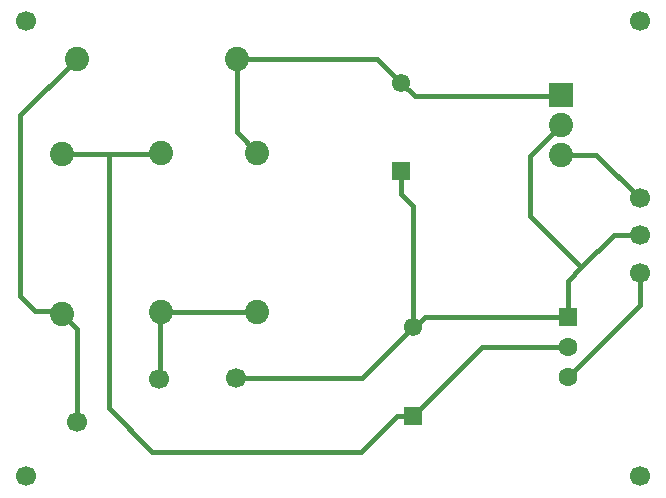
<source format=gbr>
%TF.GenerationSoftware,Altium Limited,Altium Designer,24.0.1 (36)*%
G04 Layer_Physical_Order=1*
G04 Layer_Color=255*
%FSLAX45Y45*%
%MOMM*%
%TF.SameCoordinates,E673BBFC-20C5-4476-8311-46C70BBC61D0*%
%TF.FilePolarity,Positive*%
%TF.FileFunction,Copper,L1,Top,Signal*%
%TF.Part,Single*%
G01*
G75*
%TA.AperFunction,Conductor*%
%ADD10C,0.40000*%
%ADD11C,0.38100*%
%TA.AperFunction,ViaPad*%
%ADD12C,1.70000*%
%TA.AperFunction,ComponentPad*%
%ADD13C,2.05000*%
%ADD14C,1.55000*%
%ADD15R,1.55000X1.55000*%
%ADD16C,2.05000*%
%ADD17R,2.05000X2.05000*%
%ADD18R,1.60000X1.60000*%
%ADD19C,1.60000*%
D10*
X2032000Y1079500D02*
X3098800D01*
X3530600Y1511300D01*
X1388864Y1080095D02*
Y1628764D01*
X558800Y1624200D02*
X685800Y1497200D01*
Y711200D02*
Y1497200D01*
D11*
X1388864Y1628764D02*
X1397000Y1636900D01*
X1380728Y1071960D02*
X1388864Y1080095D01*
X327118Y1651000D02*
X532000D01*
X203200Y1774918D02*
X327118Y1651000D01*
X532000D02*
X558800Y1624200D01*
X1397000Y1636900D02*
X2209800D01*
X2033400Y3162300D02*
Y3784600D01*
Y3162300D02*
X2209800Y2985900D01*
X5448300Y1701800D02*
Y1968500D01*
X4838700Y1092200D02*
X5448300Y1701800D01*
X4953000Y2019300D02*
X5227623Y2293923D01*
X4838700Y1905000D02*
X4953000Y2019300D01*
X4521200Y2451100D02*
X4953000Y2019300D01*
X4521200Y2451100D02*
Y2962300D01*
X4784700Y3225800D01*
Y2972300D02*
X5079500D01*
X5448300Y2603500D01*
X5227623Y2293923D02*
X5448300D01*
X4838700Y1600200D02*
Y1905000D01*
X4772500Y3467100D02*
X4784700Y3479300D01*
X3544000Y3467100D02*
X4772500D01*
X3429000Y3582100D02*
X3544000Y3467100D01*
X3429000Y2641600D02*
Y2832100D01*
Y2641600D02*
X3530600Y2540000D01*
Y1511300D02*
Y2540000D01*
X3632124Y1600200D02*
X4838700D01*
X3530600Y1511300D02*
X3543224D01*
X3632124Y1600200D01*
X4115500Y1346200D02*
X4838700D01*
X3530600Y761300D02*
X4115500Y1346200D01*
X203200Y1774918D02*
Y3303400D01*
X684400Y3784600D01*
X3226500D02*
X3429000Y3582100D01*
X2033400Y3784600D02*
X3226500D01*
X2032000Y1079500D02*
X2044700Y1066800D01*
X952500Y2979550D02*
X1390650D01*
X565150D02*
X952500D01*
X3086100Y457200D02*
X3390200Y761300D01*
X3530600D01*
X1320800Y457200D02*
X3086100D01*
X952500Y825500D02*
X1320800Y457200D01*
X952500Y825500D02*
Y2979550D01*
X1377950Y1073150D02*
X1380728Y1071960D01*
X1390650Y2979550D02*
X1397000Y2985900D01*
X558800Y2973200D02*
X565150Y2979550D01*
X5435850Y2591050D02*
X5448300Y2603500D01*
D12*
X5450000Y4100000D02*
D03*
X250000Y250000D02*
D03*
Y4100000D02*
D03*
X5450000Y250000D02*
D03*
X5448300Y1968500D02*
D03*
Y2293923D02*
D03*
Y2603500D02*
D03*
X1380728Y1071960D02*
D03*
X2032000Y1079500D02*
D03*
X685800Y711200D02*
D03*
D13*
X1397000Y2985900D02*
D03*
Y1636900D02*
D03*
X684400Y3784600D02*
D03*
X2033400D02*
D03*
X558800Y2973200D02*
D03*
Y1624200D02*
D03*
X2209800Y1636900D02*
D03*
Y2985900D02*
D03*
D14*
X3530600Y1511300D02*
D03*
X3429000Y3582100D02*
D03*
D15*
X3530600Y761300D02*
D03*
X3429000Y2832100D02*
D03*
D16*
X4784700Y2972300D02*
D03*
Y3225800D02*
D03*
D17*
Y3479300D02*
D03*
D18*
X4838700Y1600200D02*
D03*
D19*
Y1346200D02*
D03*
Y1092200D02*
D03*
%TF.MD5,9c6fb953b4e7a42301bf0a87bc3c8fc5*%
M02*

</source>
